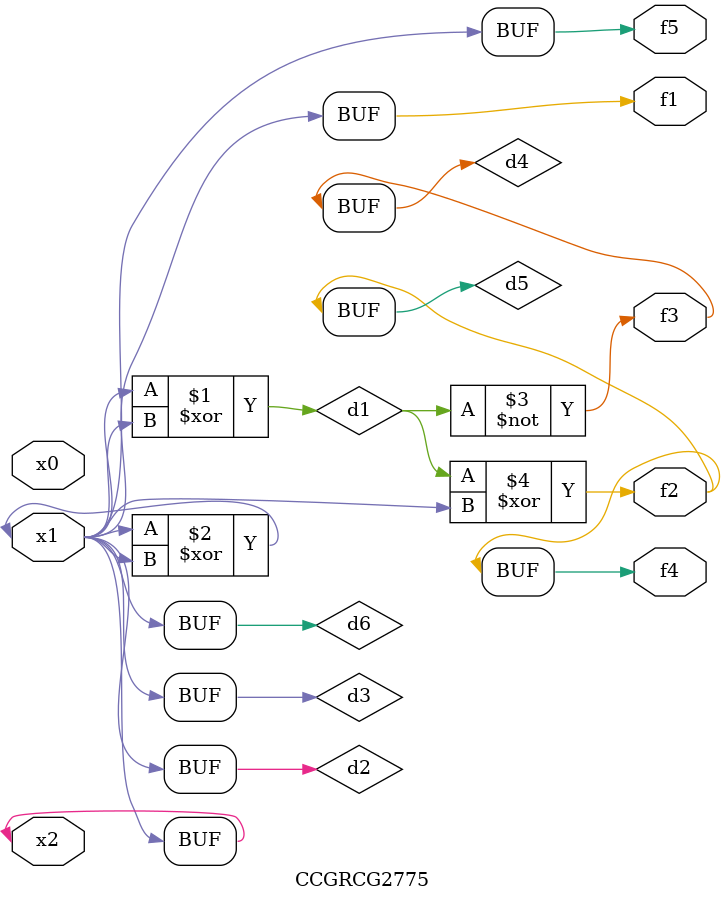
<source format=v>
module CCGRCG2775(
	input x0, x1, x2,
	output f1, f2, f3, f4, f5
);

	wire d1, d2, d3, d4, d5, d6;

	xor (d1, x1, x2);
	buf (d2, x1, x2);
	xor (d3, x1, x2);
	nor (d4, d1);
	xor (d5, d1, d2);
	buf (d6, d2, d3);
	assign f1 = d6;
	assign f2 = d5;
	assign f3 = d4;
	assign f4 = d5;
	assign f5 = d6;
endmodule

</source>
